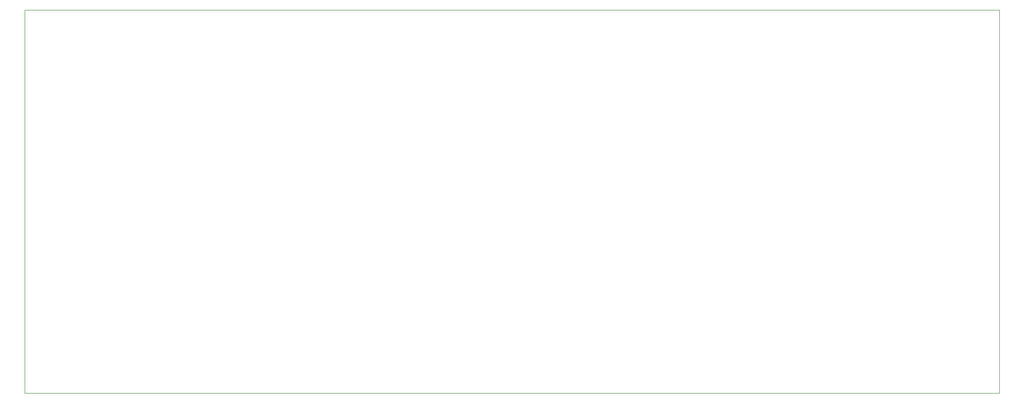
<source format=gm1>
G04 #@! TF.GenerationSoftware,KiCad,Pcbnew,(6.0.11)*
G04 #@! TF.CreationDate,2023-02-08T16:01:19+00:00*
G04 #@! TF.ProjectId,StepperDemoPCB,53746570-7065-4724-9465-6d6f5043422e,rev?*
G04 #@! TF.SameCoordinates,Original*
G04 #@! TF.FileFunction,Profile,NP*
%FSLAX46Y46*%
G04 Gerber Fmt 4.6, Leading zero omitted, Abs format (unit mm)*
G04 Created by KiCad (PCBNEW (6.0.11)) date 2023-02-08 16:01:19*
%MOMM*%
%LPD*%
G01*
G04 APERTURE LIST*
G04 #@! TA.AperFunction,Profile*
%ADD10C,0.100000*%
G04 #@! TD*
G04 APERTURE END LIST*
D10*
X33000000Y-34500000D02*
X207000000Y-34500000D01*
X207000000Y-34500000D02*
X207000000Y-103000000D01*
X207000000Y-103000000D02*
X33000000Y-103000000D01*
X33000000Y-103000000D02*
X33000000Y-34500000D01*
M02*

</source>
